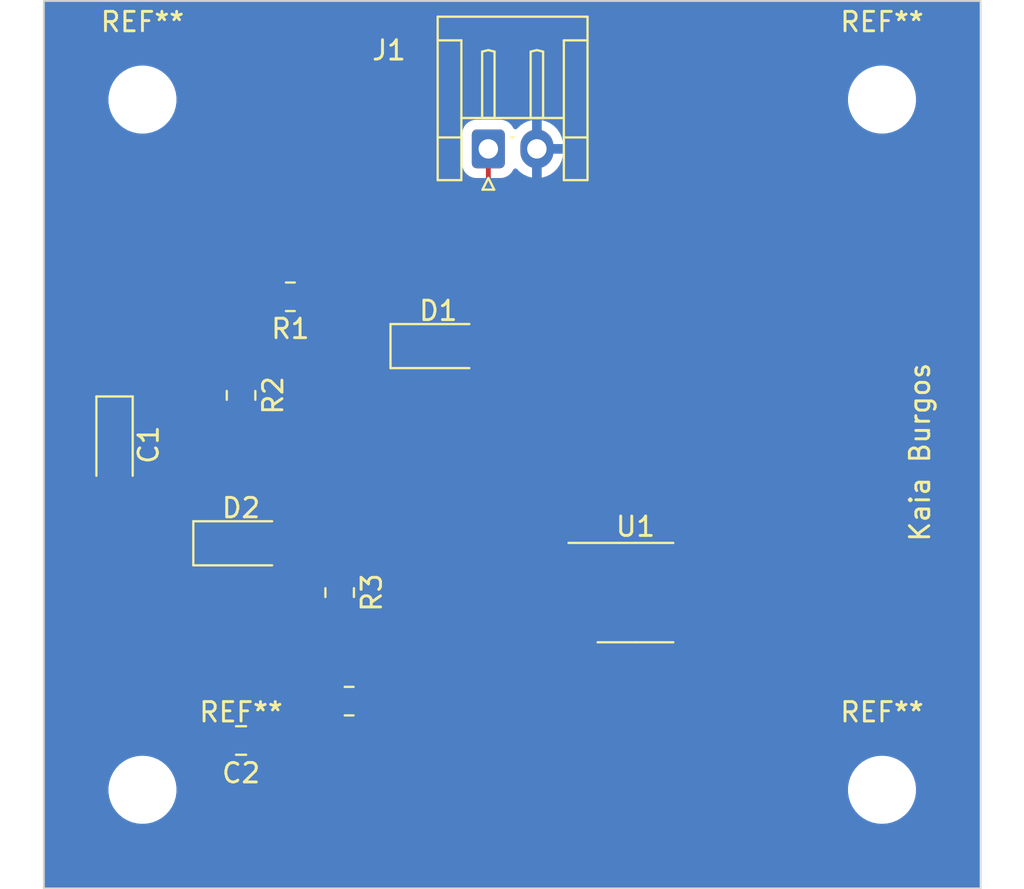
<source format=kicad_pcb>
(kicad_pcb (version 20221018) (generator pcbnew)
  (layers (0 "F.Cu" signal) (31 "B.Cu" signal) (34 "B.Paste" user) (35 "F.Paste" user) (36 "B.SilkS" user "B.Silkscreen") (37 "F.SilkS" user "F.Silkscreen") (38 "B.Mask" user) (39 "F.Mask" user) (44 "Edge.Cuts" user))
  (net 0 "")
  (net 1 "GND")
  (net 2 "/pin_2")
  (net 3 "/pin_3")
  (net 4 "+9V")
  (net 5 "Net-(U1-CV)")
  (net 6 "/pin_7")
  (net 7 "Net-(D1-K)")
  (net 8 "Net-(D2-A)")
  (footprint "Resistor_SMD:R_0805_2012Metric_Pad1.20x1.40mm_HandSolder" (layer "F.Cu") (at 86.8475 102.1125 180)
    (fp_text reference "R4" hide)
    (fp_text value "1k" hide)
    (fp_line (start -0.227064 -0.735) (end 0.227064 -0.735) (stroke (width 0.12)) (layer "F.SilkS"))
    (fp_line (start -0.227064 0.735) (end 0.227064 0.735) (stroke (width 0.12)) (layer "F.SilkS"))
    (pad "1" smd roundrect (at -1 0 180) (size 1.2 1.4) (layers "F.Cu" "F.Paste" "F.Mask") (roundrect_rratio 0.208333) (net 3 "/pin_3"))
    (pad "2" smd roundrect (at 1 0 180) (size 1.2 1.4) (layers "F.Cu" "F.Paste" "F.Mask") (roundrect_rratio 0.208333) (net 8 "Net-(D2-A)"))
  )
  (footprint "Capacitor_SMD:C_0805_2012Metric_Pad1.18x1.45mm_HandSolder" (layer "F.Cu") (at 81.28 104.14 180)
    (fp_text reference "C2" (at 0 -1.68) (layer "F.SilkS"))
    (fp_text value "0.01uF")
    (fp_line (start -0.261252 -0.735) (end 0.261252 -0.735) (stroke (width 0.12)) (layer "F.SilkS"))
    (fp_line (start -0.261252 0.735) (end 0.261252 0.735) (stroke (width 0.12)) (layer "F.SilkS"))
    (pad "1" smd roundrect (at -1.0375 0 180) (size 1.175 1.45) (layers "F.Cu" "F.Paste" "F.Mask") (roundrect_rratio 0.212766) (net 5 "Net-(U1-CV)"))
    (pad "2" smd roundrect (at 1.0375 0 180) (size 1.175 1.45) (layers "F.Cu" "F.Paste" "F.Mask") (roundrect_rratio 0.212766) (net 1 "GND"))
  )
  (footprint "MountingHole:MountingHole_3mm" (layer "F.Cu") (at 76.2 106.68)
    (fp_text reference "REF**" (at 5.08 -4) (layer "F.SilkS"))
    (fp_text value "MountingHole_3mm")
    (pad "" np_thru_hole circle (at 0 0) (size 3 3) (drill 3) (layers "F&B.Cu" "*.Mask"))
  )
  (footprint "Resistor_SMD:R_0805_2012Metric_Pad1.20x1.40mm_HandSolder" (layer "F.Cu") (at 81.28 86.36 -90)
    (fp_text reference "R2" (at 0 -1.65 90) (layer "F.SilkS"))
    (fp_text value "10k" hide)
    (fp_line (start -0.227064 -0.735) (end 0.227064 -0.735) (stroke (width 0.12)) (layer "F.SilkS"))
    (fp_line (start -0.227064 0.735) (end 0.227064 0.735) (stroke (width 0.12)) (layer "F.SilkS"))
    (pad "1" smd roundrect (at -1 0 270) (size 1.2 1.4) (layers "F.Cu" "F.Paste" "F.Mask") (roundrect_rratio 0.208333) (net 6 "/pin_7"))
    (pad "2" smd roundrect (at 1 0 270) (size 1.2 1.4) (layers "F.Cu" "F.Paste" "F.Mask") (roundrect_rratio 0.208333) (net 2 "/pin_2"))
  )
  (footprint "Resistor_SMD:R_0805_2012Metric_Pad1.20x1.40mm_HandSolder" (layer "F.Cu") (at 83.82 81.28 180)
    (fp_text reference "R1" (at 0 -1.65) (layer "F.SilkS"))
    (fp_text value "1k")
    (fp_line (start -0.227064 -0.735) (end 0.227064 -0.735) (stroke (width 0.12)) (layer "F.SilkS"))
    (fp_line (start -0.227064 0.735) (end 0.227064 0.735) (stroke (width 0.12)) (layer "F.SilkS"))
    (pad "1" smd roundrect (at -1 0 180) (size 1.2 1.4) (layers "F.Cu" "F.Paste" "F.Mask") (roundrect_rratio 0.208333) (net 4 "+9V"))
    (pad "2" smd roundrect (at 1 0 180) (size 1.2 1.4) (layers "F.Cu" "F.Paste" "F.Mask") (roundrect_rratio 0.208333) (net 6 "/pin_7"))
  )
  (footprint "MountingHole:MountingHole_3mm" (layer "F.Cu") (at 114.3 106.68)
    (fp_text reference "REF**" (at 0 -4) (layer "F.SilkS"))
    (fp_text value "MountingHole_3mm")
    (pad "" np_thru_hole circle (at 0 0) (size 3 3) (drill 3) (layers "F&B.Cu" "*.Mask"))
  )
  (footprint "LED_SMD:LED_1206_3216Metric_Pad1.42x1.75mm_HandSolder" (layer "F.Cu") (at 91.44 83.82)
    (fp_text reference "D1" (at 0 -1.82) (layer "F.SilkS"))
    (fp_text value "LED")
    (fp_line (start -2.46 -1.135) (end -2.46 1.135) (stroke (width 0.12)) (layer "F.SilkS"))
    (fp_line (start -2.46 1.135) (end 1.6 1.135) (stroke (width 0.12)) (layer "F.SilkS"))
    (fp_line (start 1.6 -1.135) (end -2.46 -1.135) (stroke (width 0.12)) (layer "F.SilkS"))
    (pad "1" smd roundrect (at -1.4875 0) (size 1.425 1.75) (layers "F.Cu" "F.Paste" "F.Mask") (roundrect_rratio 0.175439) (net 7 "Net-(D1-K)"))
    (pad "2" smd roundrect (at 1.4875 0) (size 1.425 1.75) (layers "F.Cu" "F.Paste" "F.Mask") (roundrect_rratio 0.175439) (net 4 "+9V"))
  )
  (footprint "MountingHole:MountingHole_3mm" (layer "F.Cu") (at 76.2 71.12)
    (fp_text reference "REF**" (at 0 -4) (layer "F.SilkS"))
    (fp_text value "MountingHole_3mm")
    (pad "" np_thru_hole circle (at 0 0) (size 3 3) (drill 3) (layers "*.Cu" "*.Mask"))
  )
  (footprint "LED_SMD:LED_1206_3216Metric_Pad1.42x1.75mm_HandSolder" (layer "F.Cu") (at 81.28 93.98)
    (fp_text reference "D2" (at 0 -1.82) (layer "F.SilkS"))
    (fp_text value "LED" hide)
    (fp_line (start -2.46 -1.135) (end -2.46 1.135) (stroke (width 0.12)) (layer "F.SilkS"))
    (fp_line (start -2.46 1.135) (end 1.6 1.135) (stroke (width 0.12)) (layer "F.SilkS"))
    (fp_line (start 1.6 -1.135) (end -2.46 -1.135) (stroke (width 0.12)) (layer "F.SilkS"))
    (pad "1" smd roundrect (at -1.4875 0) (size 1.425 1.75) (layers "F.Cu" "F.Paste" "F.Mask") (roundrect_rratio 0.175439) (net 1 "GND"))
    (pad "2" smd roundrect (at 1.4875 0) (size 1.425 1.75) (layers "F.Cu" "F.Paste" "F.Mask") (roundrect_rratio 0.175439) (net 8 "Net-(D2-A)"))
  )
  (footprint "Capacitor_Tantalum_SMD:CP_EIA-3216-18_Kemet-A_Pad1.58x1.35mm_HandSolder" (layer "F.Cu") (at 74.7625 88.9 -90)
    (fp_text reference "C1" (at 0 -1.75 90) (layer "F.SilkS"))
    (fp_text value "10uF")
    (fp_line (start -2.485 -0.935) (end -2.485 0.935) (stroke (width 0.12)) (layer "F.SilkS"))
    (fp_line (start -2.485 0.935) (end 1.6 0.935) (stroke (width 0.12)) (layer "F.SilkS"))
    (fp_line (start 1.6 -0.935) (end -2.485 -0.935) (stroke (width 0.12)) (layer "F.SilkS"))
    (pad "1" smd roundrect (at -1.4375 0 270) (size 1.575 1.35) (layers "F.Cu" "F.Paste" "F.Mask") (roundrect_rratio 0.185185) (net 2 "/pin_2"))
    (pad "2" smd roundrect (at 1.4375 0 270) (size 1.575 1.35) (layers "F.Cu" "F.Paste" "F.Mask") (roundrect_rratio 0.185185) (net 1 "GND"))
  )
  (footprint "Package_SO:SOIC-8_3.9x4.9mm_P1.27mm" (layer "F.Cu") (at 101.6 96.52)
    (fp_text reference "U1" (at 0 -3.4) (layer "F.SilkS"))
    (fp_text value "~" hide)
    (fp_line (start 0 -2.56) (end -3.45 -2.56) (stroke (width 0.12)) (layer "F.SilkS"))
    (fp_line (start 0 -2.56) (end 1.95 -2.56) (stroke (width 0.12)) (layer "F.SilkS"))
    (fp_line (start 0 2.56) (end -1.95 2.56) (stroke (width 0.12)) (layer "F.SilkS"))
    (fp_line (start 0 2.56) (end 1.95 2.56) (stroke (width 0.12)) (layer "F.SilkS"))
    (pad "1" smd roundrect (at -2.475 -1.905) (size 1.95 0.6) (layers "F.Cu" "F.Paste" "F.Mask") (net 1 "GND"))
    (pad "2" smd roundrect (at -2.475 -0.635) (size 1.95 0.6) (layers "F.Cu" "F.Paste" "F.Mask") (net 2 "/pin_2"))
    (pad "3" smd roundrect (at -2.475 0.635) (size 1.95 0.6) (layers "F.Cu" "F.Paste" "F.Mask") (net 3 "/pin_3"))
    (pad "4" smd roundrect (at -2.475 1.905) (size 1.95 0.6) (layers "F.Cu" "F.Paste" "F.Mask") (net 4 "+9V"))
    (pad "5" smd roundrect (at 2.475 1.905) (size 1.95 0.6) (layers "F.Cu" "F.Paste" "F.Mask") (net 5 "Net-(U1-CV)"))
    (pad "6" smd roundrect (at 2.475 0.635) (size 1.95 0.6) (layers "F.Cu" "F.Paste" "F.Mask") (net 2 "/pin_2"))
    (pad "7" smd roundrect (at 2.475 -0.635) (size 1.95 0.6) (layers "F.Cu" "F.Paste" "F.Mask") (net 6 "/pin_7"))
    (pad "8" smd roundrect (at 2.475 -1.905) (size 1.95 0.6) (layers "F.Cu" "F.Paste" "F.Mask") (net 4 "+9V"))
  )
  (footprint "MountingHole:MountingHole_3mm" (layer "F.Cu") (at 114.3 71.12)
    (fp_text reference "REF**" (at 0 -4) (layer "F.SilkS"))
    (fp_text value "MountingHole_3mm")
    (pad "" np_thru_hole circle (at 0 0) (size 3 3) (drill 3) (layers "F&B.Cu" "*.Mask"))
  )
  (footprint "Resistor_SMD:R_0805_2012Metric_Pad1.20x1.40mm_HandSolder" (layer "F.Cu") (at 86.36 96.52 -90)
    (fp_text reference "R3" (at 0 -1.65 90) (layer "F.SilkS"))
    (fp_text value "1k")
    (fp_line (start -0.227064 -0.735) (end 0.227064 -0.735) (stroke (width 0.12)) (layer "F.SilkS"))
    (fp_line (start -0.227064 0.735) (end 0.227064 0.735) (stroke (width 0.12)) (layer "F.SilkS"))
    (pad "1" smd roundrect (at -1 0 270) (size 1.2 1.4) (layers "F.Cu" "F.Paste" "F.Mask") (roundrect_rratio 0.208333) (net 7 "Net-(D1-K)"))
    (pad "2" smd roundrect (at 1 0 270) (size 1.2 1.4) (layers "F.Cu" "F.Paste" "F.Mask") (roundrect_rratio 0.208333) (net 3 "/pin_3"))
  )
  (footprint "Connector_JST:JST_EH_S2B-EH_1x02_P2.50mm_Horizontal" (layer "F.Cu") (at 94.02 73.66)
    (fp_text reference "J1" (at -5.12 -5.08) (layer "F.SilkS"))
    (fp_text value "~")
    (fp_line (start -2.61 -6.81) (end 5.11 -6.81) (stroke (width 0.12)) (layer "F.SilkS"))
    (fp_line (start -2.61 -5.59) (end -1.39 -5.59) (stroke (width 0.12)) (layer "F.SilkS"))
    (fp_line (start -2.61 1.61) (end -2.61 -6.81) (stroke (width 0.12)) (layer "F.SilkS"))
    (fp_line (start -1.39 -5.59) (end -1.39 -0.59) (stroke (width 0.12)) (layer "F.SilkS"))
    (fp_line (start -1.39 -1.59) (end 3.89 -1.59) (stroke (width 0.12)) (layer "F.SilkS"))
    (fp_line (start -1.39 -0.59) (end -2.61 -0.59) (stroke (width 0.12)) (layer "F.SilkS"))
    (fp_line (start -1.39 -0.59) (end -1.39 1.61) (stroke (width 0.12)) (layer "F.SilkS"))
    (fp_line (start -1.39 1.61) (end -2.61 1.61) (stroke (width 0.12)) (layer "F.SilkS"))
    (fp_line (start -0.32 -5.01) (end 0 -5.09) (stroke (width 0.12)) (layer "F.SilkS"))
    (fp_line (start -0.32 -1.59) (end -0.32 -5.01) (stroke (width 0.12)) (layer "F.SilkS"))
    (fp_line (start -0.3 2.1) (end 0.3 2.1) (stroke (width 0.12)) (layer "F.SilkS"))
    (fp_line (start 0 -5.09) (end 0.32 -5.01) (stroke (width 0.12)) (layer "F.SilkS"))
    (fp_line (start 0 -1.59) (end -0.32 -1.59) (stroke (width 0.12)) (layer "F.SilkS"))
    (fp_line (start 0 1.5) (end -0.3 2.1) (stroke (width 0.12)) (layer "F.SilkS"))
    (fp_line (start 0.3 2.1) (end 0 1.5) (stroke (width 0.12)) (layer "F.SilkS"))
    (fp_line (start 0.32 -5.01) (end 0.32 -1.59) (stroke (width 0.12)) (layer "F.SilkS"))
    (fp_line (start 0.32 -1.59) (end 0 -1.59) (stroke (width 0.12)) (layer "F.SilkS"))
    (fp_line (start 1.17 -0.59) (end 1.33 -0.59) (stroke (width 0.12)) (layer "F.SilkS"))
    (fp_line (start 2.18 -5.01) (end 2.5 -5.09) (stroke (width 0.12)) (layer "F.SilkS"))
    (fp_line (start 2.18 -1.59) (end 2.18 -5.01) (stroke (width 0.12)) (layer "F.SilkS"))
    (fp_line (start 2.5 -5.09) (end 2.82 -5.01) (stroke (width 0.12)) (layer "F.SilkS"))
    (fp_line (start 2.5 -1.59) (end 2.18 -1.59) (stroke (width 0.12)) (layer "F.SilkS"))
    (fp_line (start 2.82 -5.01) (end 2.82 -1.59) (stroke (width 0.12)) (layer "F.SilkS"))
    (fp_line (start 2.82 -1.59) (end 2.5 -1.59) (stroke (width 0.12)) (layer "F.SilkS"))
    (fp_line (start 3.89 -5.59) (end 3.89 -0.59) (stroke (width 0.12)) (layer "F.SilkS"))
    (fp_line (start 3.89 -0.59) (end 5.11 -0.59) (stroke (width 0.12)) (layer "F.SilkS"))
    (fp_line (start 3.89 1.61) (end 3.89 -0.59) (stroke (width 0.12)) (layer "F.SilkS"))
    (fp_line (start 5.11 -6.81) (end 5.11 1.61) (stroke (width 0.12)) (layer "F.SilkS"))
    (fp_line (start 5.11 -5.59) (end 3.89 -5.59) (stroke (width 0.12)) (layer "F.SilkS"))
    (fp_line (start 5.11 1.61) (end 3.89 1.61) (stroke (width 0.12)) (layer "F.SilkS"))
    (pad "1" thru_hole roundrect (at 0 0) (size 1.7 2) (drill 1) (layers "*.Cu" "*.Mask") (roundrect_rratio 0.147059) (net 4 "+9V"))
    (pad "2" thru_hole oval (at 2.5 0) (size 1.7 2) (drill 1) (layers "*.Cu" "*.Mask") (net 1 "GND"))
  )
  (gr_rect (start 71.12 66.04) (end 119.38 111.76) (stroke (width 0.1)) (fill none) (layer "Edge.Cuts"))
  (gr_text "Kaia Burgos" (at 116.84 93.98 90) (layer "F.SilkS") (effects (font (size 1 1)) (justify left bottom)))
  (segment (start 80.2425 104.865) (end 82.0575 106.68) (width 0.25) (layer "F.Cu") (net 1))
  (segment (start 107.13 94.43) (end 106.69 93.99) (width 0.25) (layer "F.Cu") (net 1))
  (segment (start 99.696396 106.68) (end 107.13 99.246396) (width 0.25) (layer "F.Cu") (net 1))
  (segment (start 74.7625 90.3375) (end 76.15 90.3375) (width 0.25) (layer "F.Cu") (net 1))
  (segment (start 96.52 91.93) (end 96.52 73.66) (width 0.25) (layer "F.Cu") (net 1))
  (segment (start 99.125 94.615) (end 96.48 91.97) (width 0.25) (layer "F.Cu") (net 1))
  (segment (start 96.48 91.97) (end 96.52 91.93) (width 0.25) (layer "F.Cu") (net 1))
  (segment (start 99.75 93.99) (end 99.125 94.615) (width 0.25) (layer "F.Cu") (net 1))
  (segment (start 79.7925 93.98) (end 79.3425 94.43) (width 0.25) (layer "F.Cu") (net 1))
  (segment (start 80.2425 104.14) (end 80.2425 104.865) (width 0.25) (layer "F.Cu") (net 1))
  (segment (start 106.69 93.99) (end 99.75 93.99) (width 0.25) (layer "F.Cu") (net 1))
  (segment (start 99.888248 94.615) (end 99.125 94.615) (width 0.25) (layer "F.Cu") (net 1))
  (segment (start 76.15 90.3375) (end 79.7925 93.98) (width 0.25) (layer "F.Cu") (net 1))
  (segment (start 99.125 94.615) (end 98.15 94.615) (width 0.25) (layer "F.Cu") (net 1))
  (segment (start 79.7925 103.69) (end 80.2425 104.14) (width 0.25) (layer "F.Cu") (net 1))
  (segment (start 82.0575 106.68) (end 99.696396 106.68) (width 0.25) (layer "F.Cu") (net 1))
  (segment (start 107.13 99.246396) (end 107.13 94.43) (width 0.25) (layer "F.Cu") (net 1))
  (segment (start 79.7925 93.98) (end 79.7925 103.69) (width 0.25) (layer "F.Cu") (net 1))
  (segment (start 101.83 95.885) (end 99.125 95.885) (width 0.25) (layer "F.Cu") (net 2))
  (segment (start 83.745 80.591826) (end 83.408174 80.255) (width 0.25) (layer "F.Cu") (net 2))
  (segment (start 91.44 84.233172) (end 91.44 83.406828) (width 0.25) (layer "F.Cu") (net 2))
  (segment (start 103.1 97.155) (end 101.83 95.885) (width 0.25) (layer "F.Cu") (net 2))
  (segment (start 83.745 81.818174) (end 83.745 80.591826) (width 0.25) (layer "F.Cu") (net 2))
  (segment (start 81.97 80.255) (end 74.7625 87.4625) (width 0.25) (layer "F.Cu") (net 2))
  (segment (start 81.28 87.36) (end 88.313172 87.36) (width 0.25) (layer "F.Cu") (net 2))
  (segment (start 90.653172 82.62) (end 84.546826 82.62) (width 0.25) (layer "F.Cu") (net 2))
  (segment (start 91.44 83.406828) (end 90.653172 82.62) (width 0.25) (layer "F.Cu") (net 2))
  (segment (start 81.1775 87.4625) (end 81.28 87.36) (width 0.25) (layer "F.Cu") (net 2))
  (segment (start 83.408174 80.255) (end 81.97 80.255) (width 0.25) (layer "F.Cu") (net 2))
  (segment (start 88.313172 87.36) (end 91.44 84.233172) (width 0.25) (layer "F.Cu") (net 2))
  (segment (start 84.546826 82.62) (end 83.745 81.818174) (width 0.25) (layer "F.Cu") (net 2))
  (segment (start 99.125 95.885) (end 89.805 95.885) (width 0.25) (layer "F.Cu") (net 2))
  (segment (start 104.075 97.155) (end 103.1 97.155) (width 0.25) (layer "F.Cu") (net 2))
  (segment (start 89.805 95.885) (end 81.28 87.36) (width 0.25) (layer "F.Cu") (net 2))
  (segment (start 92.805 97.155) (end 99.125 97.155) (width 0.25) (layer "F.Cu") (net 3))
  (segment (start 99.125 97.155) (end 100.138148 97.155) (width 0.25) (layer "F.Cu") (net 3))
  (segment (start 86.36 97.52) (end 86.36 100.625) (width 0.25) (layer "F.Cu") (net 3))
  (segment (start 86.36 100.625) (end 87.8475 102.1125) (width 0.25) (layer "F.Cu") (net 3))
  (segment (start 87.8475 102.1125) (end 92.805 97.155) (width 0.25) (layer "F.Cu") (net 3))
  (segment (start 86.61625 97.77625) (end 86.36 97.52) (width 0.25) (layer "F.Cu") (net 3))
  (segment (start 77.654326 79.825674) (end 80.194326 79.825674) (width 0.25) (layer "F.Cu") (net 4))
  (segment (start 86.36 78.74) (end 86.36 79.74) (width 0.25) (layer "F.Cu") (net 4))
  (segment (start 73.66 83.82) (end 77.654326 79.825674) (width 0.25) (layer "F.Cu") (net 4))
  (segment (start 92.9275 83.82) (end 90.3875 81.28) (width 0.25) (layer "F.Cu") (net 4))
  (segment (start 92.9275 83.82) (end 94.02 82.7275) (width 0.25) (layer "F.Cu") (net 4))
  (segment (start 81.28 104.728174) (end 81.28 94.616396) (width 0.25) (layer "F.Cu") (net 4))
  (segment (start 90.3875 81.28) (end 84.82 81.28) (width 0.25) (layer "F.Cu") (net 4))
  (segment (start 99.76 99.06) (end 105.086752 99.06) (width 0.25) (layer "F.Cu") (net 4))
  (segment (start 86.36 79.74) (end 84.82 81.28) (width 0.25) (layer "F.Cu") (net 4))
  (segment (start 106.68 94.616396) (end 106.503604 94.44) (width 0.25) (layer "F.Cu") (net 4))
  (segment (start 106.68 97.466752) (end 106.68 94.616396) (width 0.25) (layer "F.Cu") (net 4))
  (segment (start 81.28 94.616396) (end 81.73 94.166396) (width 0.25) (layer "F.Cu") (net 4))
  (segment (start 105.086752 99.06) (end 106.68 97.466752) (width 0.25) (layer "F.Cu") (net 4))
  (segment (start 76.836396 88.9) (end 73.66 88.9) (width 0.25) (layer "F.Cu") (net 4))
  (segment (start 81.741826 105.19) (end 81.28 104.728174) (width 0.25) (layer "F.Cu") (net 4))
  (segment (start 106.045 94.615) (end 104.075 94.615) (width 0.25) (layer "F.Cu") (net 4))
  (segment (start 106.503604 94.44) (end 106.22 94.44) (width 0.25) (layer "F.Cu") (net 4))
  (segment (start 73.66 88.9) (end 73.66 83.82) (width 0.25) (layer "F.Cu") (net 4))
  (segment (start 99.125 98.425) (end 98.15 98.425) (width 0.25) (layer "F.Cu") (net 4))
  (segment (start 106.22 94.44) (end 106.045 94.615) (width 0.25) (layer "F.Cu") (net 4))
  (segment (start 80.194326 79.825674) (end 81.28 78.74) (width 0.25) (layer "F.Cu") (net 4))
  (segment (start 94.02 82.7275) (end 94.02 73.66) (width 0.25) (layer "F.Cu") (net 4))
  (segment (start 92.36 105.19) (end 81.741826 105.19) (width 0.25) (layer "F.Cu") (net 4))
  (segment (start 81.28 78.74) (end 86.36 78.74) (width 0.25) (layer "F.Cu") (net 4))
  (segment (start 81.73 94.166396) (end 81.73 93.793604) (width 0.25) (layer "F.Cu") (net 4))
  (segment (start 81.73 93.793604) (end 76.836396 88.9) (width 0.25) (layer "F.Cu") (net 4))
  (segment (start 99.125 98.425) (end 99.76 99.06) (width 0.25) (layer "F.Cu") (net 4))
  (segment (start 99.125 98.425) (end 92.36 105.19) (width 0.25) (layer "F.Cu") (net 4))
  (segment (start 101.785 98.425) (end 101.6 98.61) (width 0.25) (layer "F.Cu") (net 5))
  (segment (start 87.433174 104.14) (end 82.3175 104.14) (width 0.25) (layer "F.Cu") (net 5))
  (segment (start 88.948198 102.624976) (end 87.433174 104.14) (width 0.25) (layer "F.Cu") (net 5))
  (segment (start 92.796396 97.8) (end 88.948198 101.648198) (width 0.25) (layer "F.Cu") (net 5))
  (segment (start 101.6 98.61) (end 100.79 97.8) (width 0.25) (layer "F.Cu") (net 5))
  (segment (start 88.948198 101.648198) (end 88.948198 102.624976) (width 0.25) (layer "F.Cu") (net 5))
  (segment (start 104.075 98.425) (end 101.785 98.425) (width 0.25) (layer "F.Cu") (net 5))
  (segment (start 100.79 97.8) (end 92.796396 97.8) (width 0.25) (layer "F.Cu") (net 5))
  (segment (start 105.565178 96.400178) (end 105.565178 97.945178) (width 0.25) (layer "F.Cu") (net 6))
  (segment (start 79.805 86.58543) (end 81.03043 85.36) (width 0.25) (layer "F.Cu") (net 6))
  (segment (start 79.805 88.13457) (end 79.805 86.58543) (width 0.25) (layer "F.Cu") (net 6))
  (segment (start 81.28 85.36) (end 81.71 84.93) (width 0.25) (layer "F.Cu") (net 6))
  (segment (start 85.746826 96.52) (end 83.82 94.593174) (width 0.25) (layer "F.Cu") (net 6))
  (segment (start 105.05 95.885) (end 105.565178 96.400178) (width 0.25) (layer "F.Cu") (net 6))
  (segment (start 81.28 85.36) (end 81.28 82.82) (width 0.25) (layer "F.Cu") (net 6))
  (segment (start 105.565178 97.945178) (end 105.42 97.8) (width 0.25) (layer "F.Cu") (net 6))
  (segment (start 103.1 95.885) (end 104.075 95.885) (width 0.25) (layer "F.Cu") (net 6))
  (segment (start 100.146396 96.52) (end 85.746826 96.52) (width 0.25) (layer "F.Cu") (net 6))
  (segment (start 83.82 94.593174) (end 83.82 92.14957) (width 0.25) (layer "F.Cu") (net 6))
  (segment (start 81.03043 85.36) (end 81.28 85.36) (width 0.25) (layer "F.Cu") (net 6))
  (segment (start 83.82 92.14957) (end 79.805 88.13457) (width 0.25) (layer "F.Cu") (net 6))
  (segment (start 81.28 82.82) (end 82.82 81.28) (width 0.25) (layer "F.Cu") (net 6))
  (segment (start 104.075 95.885) (end 105.05 95.885) (width 0.25) (layer "F.Cu") (net 6))
  (segment (start 105.42 97.8) (end 101.426396 97.8) (width 0.25) (layer "F.Cu") (net 6))
  (segment (start 101.426396 97.8) (end 100.146396 96.52) (width 0.25) (layer "F.Cu") (net 6))
  (segment (start 80.591826 88.285) (end 80.255 87.948174) (width 0.25) (layer "F.Cu") (net 7))
  (segment (start 86.36 95.52) (end 85.59 94.75) (width 0.25) (layer "F.Cu") (net 7))
  (segment (start 80.666826 86.36) (end 87.4125 86.36) (width 0.25) (layer "F.Cu") (net 7))
  (segment (start 81.165 88.285) (end 80.591826 88.285) (width 0.25) (layer "F.Cu") (net 7))
  (segment (start 85.59 92.71) (end 81.165 88.285) (width 0.25) (layer "F.Cu") (net 7))
  (segment (start 87.4125 86.36) (end 89.9525 83.82) (width 0.25) (layer "F.Cu") (net 7))
  (segment (start 80.255 86.771826) (end 80.666826 86.36) (width 0.25) (layer "F.Cu") (net 7))
  (segment (start 80.255 87.948174) (end 80.255 86.771826) (width 0.25) (layer "F.Cu") (net 7))
  (segment (start 85.59 94.75) (end 85.59 92.71) (width 0.25) (layer "F.Cu") (net 7))
  (segment (start 82.7675 93.98) (end 82.7675 99.0325) (width 0.25) (layer "F.Cu") (net 8))
  (segment (start 86.36 101.6) (end 85.8475 102.1125) (width 0.25) (layer "F.Cu") (net 8))
  (segment (start 82.7675 99.0325) (end 85.8475 102.1125) (width 0.25) (layer "F.Cu") (net 8))
  (zone (net 1) (net_name "GND") (layer "B.Cu") (connect_pads (clearance 0.5)) (min_thickness 0.25) (fill yes (thermal_gap 0.5) (thermal_bridge_width 0.5))
    (polygon (pts (xy 71.12 66.04) (xy 119.38 66.04) (xy 119.38 111.76) (xy 71.12 111.76)))
  )
)
</source>
